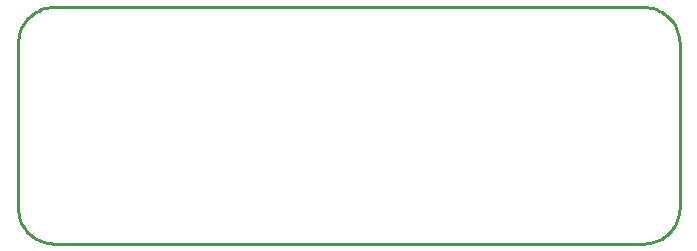
<source format=gbr>
G04 EAGLE Gerber RS-274X export*
G75*
%MOMM*%
%FSLAX34Y34*%
%LPD*%
%IN*%
%IPPOS*%
%AMOC8*
5,1,8,0,0,1.08239X$1,22.5*%
G01*
%ADD10C,0.254000*%


D10*
X10000Y40000D02*
X10114Y37385D01*
X10456Y34791D01*
X11022Y32235D01*
X11809Y29739D01*
X12811Y27321D01*
X14019Y25000D01*
X15425Y22793D01*
X17019Y20716D01*
X18787Y18787D01*
X20716Y17019D01*
X22793Y15425D01*
X25000Y14019D01*
X27321Y12811D01*
X29739Y11809D01*
X32235Y11022D01*
X34791Y10456D01*
X37385Y10114D01*
X40000Y10000D01*
X540000Y10000D01*
X542615Y10114D01*
X545209Y10456D01*
X547765Y11022D01*
X550261Y11809D01*
X552679Y12811D01*
X555000Y14019D01*
X557207Y15425D01*
X559284Y17019D01*
X561213Y18787D01*
X562981Y20716D01*
X564575Y22793D01*
X565981Y25000D01*
X567189Y27321D01*
X568191Y29739D01*
X568978Y32235D01*
X569544Y34791D01*
X569886Y37385D01*
X570000Y40000D01*
X570000Y180000D01*
X569886Y182615D01*
X569544Y185209D01*
X568978Y187765D01*
X568191Y190261D01*
X567189Y192679D01*
X565981Y195000D01*
X564575Y197207D01*
X562981Y199284D01*
X561213Y201213D01*
X559284Y202981D01*
X557207Y204575D01*
X555000Y205981D01*
X552679Y207189D01*
X550261Y208191D01*
X547765Y208978D01*
X545209Y209544D01*
X542615Y209886D01*
X540000Y210000D01*
X40000Y210000D01*
X37385Y209886D01*
X34791Y209544D01*
X32235Y208978D01*
X29739Y208191D01*
X27321Y207189D01*
X25000Y205981D01*
X22793Y204575D01*
X20716Y202981D01*
X18787Y201213D01*
X17019Y199284D01*
X15425Y197207D01*
X14019Y195000D01*
X12811Y192679D01*
X11809Y190261D01*
X11022Y187765D01*
X10456Y185209D01*
X10114Y182615D01*
X10000Y180000D01*
X10000Y40000D01*
M02*

</source>
